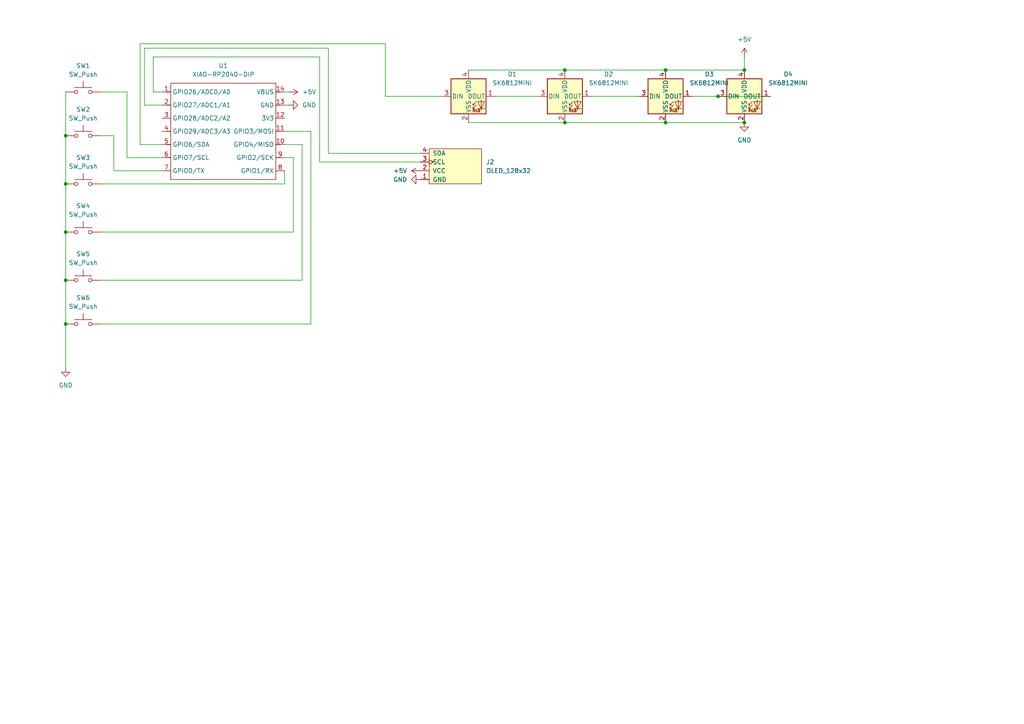
<source format=kicad_sch>
(kicad_sch
	(version 20250114)
	(generator "eeschema")
	(generator_version "9.0")
	(uuid "8d77508c-2454-4604-994d-d231c1d186a8")
	(paper "A4")
	(lib_symbols
		(symbol "LED:SK6812MINI"
			(pin_names
				(offset 0.254)
			)
			(exclude_from_sim no)
			(in_bom yes)
			(on_board yes)
			(property "Reference" "D"
				(at 5.08 5.715 0)
				(effects
					(font
						(size 1.27 1.27)
					)
					(justify right bottom)
				)
			)
			(property "Value" "SK6812MINI"
				(at 1.27 -5.715 0)
				(effects
					(font
						(size 1.27 1.27)
					)
					(justify left top)
				)
			)
			(property "Footprint" "LED_SMD:LED_SK6812MINI_PLCC4_3.5x3.5mm_P1.75mm"
				(at 1.27 -7.62 0)
				(effects
					(font
						(size 1.27 1.27)
					)
					(justify left top)
					(hide yes)
				)
			)
			(property "Datasheet" "https://cdn-shop.adafruit.com/product-files/2686/SK6812MINI_REV.01-1-2.pdf"
				(at 2.54 -9.525 0)
				(effects
					(font
						(size 1.27 1.27)
					)
					(justify left top)
					(hide yes)
				)
			)
			(property "Description" "RGB LED with integrated controller"
				(at 0 0 0)
				(effects
					(font
						(size 1.27 1.27)
					)
					(hide yes)
				)
			)
			(property "ki_keywords" "RGB LED NeoPixel Mini addressable"
				(at 0 0 0)
				(effects
					(font
						(size 1.27 1.27)
					)
					(hide yes)
				)
			)
			(property "ki_fp_filters" "LED*SK6812MINI*PLCC*3.5x3.5mm*P1.75mm*"
				(at 0 0 0)
				(effects
					(font
						(size 1.27 1.27)
					)
					(hide yes)
				)
			)
			(symbol "SK6812MINI_0_0"
				(text "RGB"
					(at 2.286 -4.191 0)
					(effects
						(font
							(size 0.762 0.762)
						)
					)
				)
			)
			(symbol "SK6812MINI_0_1"
				(polyline
					(pts
						(xy 1.27 -2.54) (xy 1.778 -2.54)
					)
					(stroke
						(width 0)
						(type default)
					)
					(fill
						(type none)
					)
				)
				(polyline
					(pts
						(xy 1.27 -3.556) (xy 1.778 -3.556)
					)
					(stroke
						(width 0)
						(type default)
					)
					(fill
						(type none)
					)
				)
				(polyline
					(pts
						(xy 2.286 -1.524) (xy 1.27 -2.54) (xy 1.27 -2.032)
					)
					(stroke
						(width 0)
						(type default)
					)
					(fill
						(type none)
					)
				)
				(polyline
					(pts
						(xy 2.286 -2.54) (xy 1.27 -3.556) (xy 1.27 -3.048)
					)
					(stroke
						(width 0)
						(type default)
					)
					(fill
						(type none)
					)
				)
				(polyline
					(pts
						(xy 3.683 -1.016) (xy 3.683 -3.556) (xy 3.683 -4.064)
					)
					(stroke
						(width 0)
						(type default)
					)
					(fill
						(type none)
					)
				)
				(polyline
					(pts
						(xy 4.699 -1.524) (xy 2.667 -1.524) (xy 3.683 -3.556) (xy 4.699 -1.524)
					)
					(stroke
						(width 0)
						(type default)
					)
					(fill
						(type none)
					)
				)
				(polyline
					(pts
						(xy 4.699 -3.556) (xy 2.667 -3.556)
					)
					(stroke
						(width 0)
						(type default)
					)
					(fill
						(type none)
					)
				)
				(rectangle
					(start 5.08 5.08)
					(end -5.08 -5.08)
					(stroke
						(width 0.254)
						(type default)
					)
					(fill
						(type background)
					)
				)
			)
			(symbol "SK6812MINI_1_1"
				(pin input line
					(at -7.62 0 0)
					(length 2.54)
					(name "DIN"
						(effects
							(font
								(size 1.27 1.27)
							)
						)
					)
					(number "3"
						(effects
							(font
								(size 1.27 1.27)
							)
						)
					)
				)
				(pin power_in line
					(at 0 7.62 270)
					(length 2.54)
					(name "VDD"
						(effects
							(font
								(size 1.27 1.27)
							)
						)
					)
					(number "4"
						(effects
							(font
								(size 1.27 1.27)
							)
						)
					)
				)
				(pin power_in line
					(at 0 -7.62 90)
					(length 2.54)
					(name "VSS"
						(effects
							(font
								(size 1.27 1.27)
							)
						)
					)
					(number "2"
						(effects
							(font
								(size 1.27 1.27)
							)
						)
					)
				)
				(pin output line
					(at 7.62 0 180)
					(length 2.54)
					(name "DOUT"
						(effects
							(font
								(size 1.27 1.27)
							)
						)
					)
					(number "1"
						(effects
							(font
								(size 1.27 1.27)
							)
						)
					)
				)
			)
			(embedded_fonts no)
		)
		(symbol "ScottoKeebs:OLED_128x32"
			(pin_names
				(offset 1.016)
			)
			(exclude_from_sim no)
			(in_bom yes)
			(on_board yes)
			(property "Reference" "J"
				(at 0 -6.35 0)
				(effects
					(font
						(size 1.27 1.27)
					)
				)
			)
			(property "Value" "OLED_128x32"
				(at 0 6.35 0)
				(effects
					(font
						(size 1.27 1.27)
					)
				)
			)
			(property "Footprint" "ScottoKeebs_Components:OLED_128x32"
				(at 0 8.89 0)
				(effects
					(font
						(size 1.27 1.27)
					)
					(hide yes)
				)
			)
			(property "Datasheet" ""
				(at 0 1.27 0)
				(effects
					(font
						(size 1.27 1.27)
					)
					(hide yes)
				)
			)
			(property "Description" ""
				(at 0 0 0)
				(effects
					(font
						(size 1.27 1.27)
					)
					(hide yes)
				)
			)
			(symbol "OLED_128x32_0_1"
				(rectangle
					(start 0 5.08)
					(end 15.24 -5.08)
					(stroke
						(width 0)
						(type default)
					)
					(fill
						(type background)
					)
				)
			)
			(symbol "OLED_128x32_1_1"
				(pin bidirectional line
					(at -2.54 3.81 0)
					(length 2.54)
					(name "SDA"
						(effects
							(font
								(size 1.27 1.27)
							)
						)
					)
					(number "4"
						(effects
							(font
								(size 1.27 1.27)
							)
						)
					)
				)
				(pin input clock
					(at -2.54 1.27 0)
					(length 2.54)
					(name "SCL"
						(effects
							(font
								(size 1.27 1.27)
							)
						)
					)
					(number "3"
						(effects
							(font
								(size 1.27 1.27)
							)
						)
					)
				)
				(pin power_in line
					(at -2.54 -1.27 0)
					(length 2.54)
					(name "VCC"
						(effects
							(font
								(size 1.27 1.27)
							)
						)
					)
					(number "2"
						(effects
							(font
								(size 1.27 1.27)
							)
						)
					)
				)
				(pin power_in line
					(at -2.54 -3.81 0)
					(length 2.54)
					(name "GND"
						(effects
							(font
								(size 1.27 1.27)
							)
						)
					)
					(number "1"
						(effects
							(font
								(size 1.27 1.27)
							)
						)
					)
				)
			)
			(embedded_fonts no)
		)
		(symbol "Seeed_Studio_XIAO_Series:XIAO-RP2040-DIP"
			(exclude_from_sim no)
			(in_bom yes)
			(on_board yes)
			(property "Reference" "U"
				(at 0 0 0)
				(effects
					(font
						(size 1.27 1.27)
					)
				)
			)
			(property "Value" "XIAO-RP2040-DIP"
				(at 5.334 -1.778 0)
				(effects
					(font
						(size 1.27 1.27)
					)
				)
			)
			(property "Footprint" "Module:MOUDLE14P-XIAO-DIP-SMD"
				(at 14.478 -32.258 0)
				(effects
					(font
						(size 1.27 1.27)
					)
					(hide yes)
				)
			)
			(property "Datasheet" ""
				(at 0 0 0)
				(effects
					(font
						(size 1.27 1.27)
					)
					(hide yes)
				)
			)
			(property "Description" ""
				(at 0 0 0)
				(effects
					(font
						(size 1.27 1.27)
					)
					(hide yes)
				)
			)
			(symbol "XIAO-RP2040-DIP_1_0"
				(polyline
					(pts
						(xy -1.27 -2.54) (xy 29.21 -2.54)
					)
					(stroke
						(width 0.1524)
						(type solid)
					)
					(fill
						(type none)
					)
				)
				(polyline
					(pts
						(xy -1.27 -5.08) (xy -2.54 -5.08)
					)
					(stroke
						(width 0.1524)
						(type solid)
					)
					(fill
						(type none)
					)
				)
				(polyline
					(pts
						(xy -1.27 -5.08) (xy -1.27 -2.54)
					)
					(stroke
						(width 0.1524)
						(type solid)
					)
					(fill
						(type none)
					)
				)
				(polyline
					(pts
						(xy -1.27 -8.89) (xy -2.54 -8.89)
					)
					(stroke
						(width 0.1524)
						(type solid)
					)
					(fill
						(type none)
					)
				)
				(polyline
					(pts
						(xy -1.27 -8.89) (xy -1.27 -5.08)
					)
					(stroke
						(width 0.1524)
						(type solid)
					)
					(fill
						(type none)
					)
				)
				(polyline
					(pts
						(xy -1.27 -12.7) (xy -2.54 -12.7)
					)
					(stroke
						(width 0.1524)
						(type solid)
					)
					(fill
						(type none)
					)
				)
				(polyline
					(pts
						(xy -1.27 -12.7) (xy -1.27 -8.89)
					)
					(stroke
						(width 0.1524)
						(type solid)
					)
					(fill
						(type none)
					)
				)
				(polyline
					(pts
						(xy -1.27 -16.51) (xy -2.54 -16.51)
					)
					(stroke
						(width 0.1524)
						(type solid)
					)
					(fill
						(type none)
					)
				)
				(polyline
					(pts
						(xy -1.27 -16.51) (xy -1.27 -12.7)
					)
					(stroke
						(width 0.1524)
						(type solid)
					)
					(fill
						(type none)
					)
				)
				(polyline
					(pts
						(xy -1.27 -20.32) (xy -2.54 -20.32)
					)
					(stroke
						(width 0.1524)
						(type solid)
					)
					(fill
						(type none)
					)
				)
				(polyline
					(pts
						(xy -1.27 -24.13) (xy -2.54 -24.13)
					)
					(stroke
						(width 0.1524)
						(type solid)
					)
					(fill
						(type none)
					)
				)
				(polyline
					(pts
						(xy -1.27 -27.94) (xy -2.54 -27.94)
					)
					(stroke
						(width 0.1524)
						(type solid)
					)
					(fill
						(type none)
					)
				)
				(polyline
					(pts
						(xy -1.27 -30.48) (xy -1.27 -16.51)
					)
					(stroke
						(width 0.1524)
						(type solid)
					)
					(fill
						(type none)
					)
				)
				(polyline
					(pts
						(xy 29.21 -2.54) (xy 29.21 -5.08)
					)
					(stroke
						(width 0.1524)
						(type solid)
					)
					(fill
						(type none)
					)
				)
				(polyline
					(pts
						(xy 29.21 -5.08) (xy 29.21 -8.89)
					)
					(stroke
						(width 0.1524)
						(type solid)
					)
					(fill
						(type none)
					)
				)
				(polyline
					(pts
						(xy 29.21 -8.89) (xy 29.21 -12.7)
					)
					(stroke
						(width 0.1524)
						(type solid)
					)
					(fill
						(type none)
					)
				)
				(polyline
					(pts
						(xy 29.21 -12.7) (xy 29.21 -30.48)
					)
					(stroke
						(width 0.1524)
						(type solid)
					)
					(fill
						(type none)
					)
				)
				(polyline
					(pts
						(xy 29.21 -30.48) (xy -1.27 -30.48)
					)
					(stroke
						(width 0.1524)
						(type solid)
					)
					(fill
						(type none)
					)
				)
				(polyline
					(pts
						(xy 30.48 -5.08) (xy 29.21 -5.08)
					)
					(stroke
						(width 0.1524)
						(type solid)
					)
					(fill
						(type none)
					)
				)
				(polyline
					(pts
						(xy 30.48 -8.89) (xy 29.21 -8.89)
					)
					(stroke
						(width 0.1524)
						(type solid)
					)
					(fill
						(type none)
					)
				)
				(polyline
					(pts
						(xy 30.48 -12.7) (xy 29.21 -12.7)
					)
					(stroke
						(width 0.1524)
						(type solid)
					)
					(fill
						(type none)
					)
				)
				(polyline
					(pts
						(xy 30.48 -16.51) (xy 29.21 -16.51)
					)
					(stroke
						(width 0.1524)
						(type solid)
					)
					(fill
						(type none)
					)
				)
				(polyline
					(pts
						(xy 30.48 -20.32) (xy 29.21 -20.32)
					)
					(stroke
						(width 0.1524)
						(type solid)
					)
					(fill
						(type none)
					)
				)
				(polyline
					(pts
						(xy 30.48 -24.13) (xy 29.21 -24.13)
					)
					(stroke
						(width 0.1524)
						(type solid)
					)
					(fill
						(type none)
					)
				)
				(polyline
					(pts
						(xy 30.48 -27.94) (xy 29.21 -27.94)
					)
					(stroke
						(width 0.1524)
						(type solid)
					)
					(fill
						(type none)
					)
				)
				(pin passive line
					(at -3.81 -5.08 0)
					(length 2.54)
					(name "GPIO26/ADC0/A0"
						(effects
							(font
								(size 1.27 1.27)
							)
						)
					)
					(number "1"
						(effects
							(font
								(size 1.27 1.27)
							)
						)
					)
				)
				(pin passive line
					(at -3.81 -8.89 0)
					(length 2.54)
					(name "GPIO27/ADC1/A1"
						(effects
							(font
								(size 1.27 1.27)
							)
						)
					)
					(number "2"
						(effects
							(font
								(size 1.27 1.27)
							)
						)
					)
				)
				(pin passive line
					(at -3.81 -12.7 0)
					(length 2.54)
					(name "GPIO28/ADC2/A2"
						(effects
							(font
								(size 1.27 1.27)
							)
						)
					)
					(number "3"
						(effects
							(font
								(size 1.27 1.27)
							)
						)
					)
				)
				(pin passive line
					(at -3.81 -16.51 0)
					(length 2.54)
					(name "GPIO29/ADC3/A3"
						(effects
							(font
								(size 1.27 1.27)
							)
						)
					)
					(number "4"
						(effects
							(font
								(size 1.27 1.27)
							)
						)
					)
				)
				(pin passive line
					(at -3.81 -20.32 0)
					(length 2.54)
					(name "GPIO6/SDA"
						(effects
							(font
								(size 1.27 1.27)
							)
						)
					)
					(number "5"
						(effects
							(font
								(size 1.27 1.27)
							)
						)
					)
				)
				(pin passive line
					(at -3.81 -24.13 0)
					(length 2.54)
					(name "GPIO7/SCL"
						(effects
							(font
								(size 1.27 1.27)
							)
						)
					)
					(number "6"
						(effects
							(font
								(size 1.27 1.27)
							)
						)
					)
				)
				(pin passive line
					(at -3.81 -27.94 0)
					(length 2.54)
					(name "GPIO0/TX"
						(effects
							(font
								(size 1.27 1.27)
							)
						)
					)
					(number "7"
						(effects
							(font
								(size 1.27 1.27)
							)
						)
					)
				)
				(pin passive line
					(at 31.75 -5.08 180)
					(length 2.54)
					(name "VBUS"
						(effects
							(font
								(size 1.27 1.27)
							)
						)
					)
					(number "14"
						(effects
							(font
								(size 1.27 1.27)
							)
						)
					)
				)
				(pin passive line
					(at 31.75 -8.89 180)
					(length 2.54)
					(name "GND"
						(effects
							(font
								(size 1.27 1.27)
							)
						)
					)
					(number "13"
						(effects
							(font
								(size 1.27 1.27)
							)
						)
					)
				)
				(pin passive line
					(at 31.75 -12.7 180)
					(length 2.54)
					(name "3V3"
						(effects
							(font
								(size 1.27 1.27)
							)
						)
					)
					(number "12"
						(effects
							(font
								(size 1.27 1.27)
							)
						)
					)
				)
				(pin passive line
					(at 31.75 -16.51 180)
					(length 2.54)
					(name "GPIO3/MOSI"
						(effects
							(font
								(size 1.27 1.27)
							)
						)
					)
					(number "11"
						(effects
							(font
								(size 1.27 1.27)
							)
						)
					)
				)
				(pin passive line
					(at 31.75 -20.32 180)
					(length 2.54)
					(name "GPIO4/MISO"
						(effects
							(font
								(size 1.27 1.27)
							)
						)
					)
					(number "10"
						(effects
							(font
								(size 1.27 1.27)
							)
						)
					)
				)
				(pin passive line
					(at 31.75 -24.13 180)
					(length 2.54)
					(name "GPIO2/SCK"
						(effects
							(font
								(size 1.27 1.27)
							)
						)
					)
					(number "9"
						(effects
							(font
								(size 1.27 1.27)
							)
						)
					)
				)
				(pin passive line
					(at 31.75 -27.94 180)
					(length 2.54)
					(name "GPIO1/RX"
						(effects
							(font
								(size 1.27 1.27)
							)
						)
					)
					(number "8"
						(effects
							(font
								(size 1.27 1.27)
							)
						)
					)
				)
			)
			(embedded_fonts no)
		)
		(symbol "Switch:SW_Push"
			(pin_numbers
				(hide yes)
			)
			(pin_names
				(offset 1.016)
				(hide yes)
			)
			(exclude_from_sim no)
			(in_bom yes)
			(on_board yes)
			(property "Reference" "SW"
				(at 1.27 2.54 0)
				(effects
					(font
						(size 1.27 1.27)
					)
					(justify left)
				)
			)
			(property "Value" "SW_Push"
				(at 0 -1.524 0)
				(effects
					(font
						(size 1.27 1.27)
					)
				)
			)
			(property "Footprint" ""
				(at 0 5.08 0)
				(effects
					(font
						(size 1.27 1.27)
					)
					(hide yes)
				)
			)
			(property "Datasheet" "~"
				(at 0 5.08 0)
				(effects
					(font
						(size 1.27 1.27)
					)
					(hide yes)
				)
			)
			(property "Description" "Push button switch, generic, two pins"
				(at 0 0 0)
				(effects
					(font
						(size 1.27 1.27)
					)
					(hide yes)
				)
			)
			(property "ki_keywords" "switch normally-open pushbutton push-button"
				(at 0 0 0)
				(effects
					(font
						(size 1.27 1.27)
					)
					(hide yes)
				)
			)
			(symbol "SW_Push_0_1"
				(circle
					(center -2.032 0)
					(radius 0.508)
					(stroke
						(width 0)
						(type default)
					)
					(fill
						(type none)
					)
				)
				(polyline
					(pts
						(xy 0 1.27) (xy 0 3.048)
					)
					(stroke
						(width 0)
						(type default)
					)
					(fill
						(type none)
					)
				)
				(circle
					(center 2.032 0)
					(radius 0.508)
					(stroke
						(width 0)
						(type default)
					)
					(fill
						(type none)
					)
				)
				(polyline
					(pts
						(xy 2.54 1.27) (xy -2.54 1.27)
					)
					(stroke
						(width 0)
						(type default)
					)
					(fill
						(type none)
					)
				)
				(pin passive line
					(at -5.08 0 0)
					(length 2.54)
					(name "1"
						(effects
							(font
								(size 1.27 1.27)
							)
						)
					)
					(number "1"
						(effects
							(font
								(size 1.27 1.27)
							)
						)
					)
				)
				(pin passive line
					(at 5.08 0 180)
					(length 2.54)
					(name "2"
						(effects
							(font
								(size 1.27 1.27)
							)
						)
					)
					(number "2"
						(effects
							(font
								(size 1.27 1.27)
							)
						)
					)
				)
			)
			(embedded_fonts no)
		)
		(symbol "power:+5V"
			(power)
			(pin_numbers
				(hide yes)
			)
			(pin_names
				(offset 0)
				(hide yes)
			)
			(exclude_from_sim no)
			(in_bom yes)
			(on_board yes)
			(property "Reference" "#PWR"
				(at 0 -3.81 0)
				(effects
					(font
						(size 1.27 1.27)
					)
					(hide yes)
				)
			)
			(property "Value" "+5V"
				(at 0 3.556 0)
				(effects
					(font
						(size 1.27 1.27)
					)
				)
			)
			(property "Footprint" ""
				(at 0 0 0)
				(effects
					(font
						(size 1.27 1.27)
					)
					(hide yes)
				)
			)
			(property "Datasheet" ""
				(at 0 0 0)
				(effects
					(font
						(size 1.27 1.27)
					)
					(hide yes)
				)
			)
			(property "Description" "Power symbol creates a global label with name \"+5V\""
				(at 0 0 0)
				(effects
					(font
						(size 1.27 1.27)
					)
					(hide yes)
				)
			)
			(property "ki_keywords" "global power"
				(at 0 0 0)
				(effects
					(font
						(size 1.27 1.27)
					)
					(hide yes)
				)
			)
			(symbol "+5V_0_1"
				(polyline
					(pts
						(xy -0.762 1.27) (xy 0 2.54)
					)
					(stroke
						(width 0)
						(type default)
					)
					(fill
						(type none)
					)
				)
				(polyline
					(pts
						(xy 0 2.54) (xy 0.762 1.27)
					)
					(stroke
						(width 0)
						(type default)
					)
					(fill
						(type none)
					)
				)
				(polyline
					(pts
						(xy 0 0) (xy 0 2.54)
					)
					(stroke
						(width 0)
						(type default)
					)
					(fill
						(type none)
					)
				)
			)
			(symbol "+5V_1_1"
				(pin power_in line
					(at 0 0 90)
					(length 0)
					(name "~"
						(effects
							(font
								(size 1.27 1.27)
							)
						)
					)
					(number "1"
						(effects
							(font
								(size 1.27 1.27)
							)
						)
					)
				)
			)
			(embedded_fonts no)
		)
		(symbol "power:GND"
			(power)
			(pin_numbers
				(hide yes)
			)
			(pin_names
				(offset 0)
				(hide yes)
			)
			(exclude_from_sim no)
			(in_bom yes)
			(on_board yes)
			(property "Reference" "#PWR"
				(at 0 -6.35 0)
				(effects
					(font
						(size 1.27 1.27)
					)
					(hide yes)
				)
			)
			(property "Value" "GND"
				(at 0 -3.81 0)
				(effects
					(font
						(size 1.27 1.27)
					)
				)
			)
			(property "Footprint" ""
				(at 0 0 0)
				(effects
					(font
						(size 1.27 1.27)
					)
					(hide yes)
				)
			)
			(property "Datasheet" ""
				(at 0 0 0)
				(effects
					(font
						(size 1.27 1.27)
					)
					(hide yes)
				)
			)
			(property "Description" "Power symbol creates a global label with name \"GND\" , ground"
				(at 0 0 0)
				(effects
					(font
						(size 1.27 1.27)
					)
					(hide yes)
				)
			)
			(property "ki_keywords" "global power"
				(at 0 0 0)
				(effects
					(font
						(size 1.27 1.27)
					)
					(hide yes)
				)
			)
			(symbol "GND_0_1"
				(polyline
					(pts
						(xy 0 0) (xy 0 -1.27) (xy 1.27 -1.27) (xy 0 -2.54) (xy -1.27 -1.27) (xy 0 -1.27)
					)
					(stroke
						(width 0)
						(type default)
					)
					(fill
						(type none)
					)
				)
			)
			(symbol "GND_1_1"
				(pin power_in line
					(at 0 0 270)
					(length 0)
					(name "~"
						(effects
							(font
								(size 1.27 1.27)
							)
						)
					)
					(number "1"
						(effects
							(font
								(size 1.27 1.27)
							)
						)
					)
				)
			)
			(embedded_fonts no)
		)
	)
	(junction
		(at 208.28 27.94)
		(diameter 0)
		(color 0 0 0 0)
		(uuid "0b3f1742-922d-43bd-a830-4183ada87d29")
	)
	(junction
		(at 215.9 35.56)
		(diameter 0)
		(color 0 0 0 0)
		(uuid "0bc87bde-e5ad-468f-afaf-589182e04f8b")
	)
	(junction
		(at 193.04 20.32)
		(diameter 0)
		(color 0 0 0 0)
		(uuid "157aa106-ff38-47ed-b5d6-1b488c7a086c")
	)
	(junction
		(at 19.05 93.98)
		(diameter 0)
		(color 0 0 0 0)
		(uuid "1af44f82-6e44-4e72-be31-6b14ea0a9529")
	)
	(junction
		(at 19.05 39.37)
		(diameter 0)
		(color 0 0 0 0)
		(uuid "2bcfffec-5df0-4cab-a5f1-1d7498e7d086")
	)
	(junction
		(at 19.05 67.31)
		(diameter 0)
		(color 0 0 0 0)
		(uuid "4b594a32-49ca-40fc-8516-2a30c9c61162")
	)
	(junction
		(at 163.83 20.32)
		(diameter 0)
		(color 0 0 0 0)
		(uuid "6f788b1b-66c5-40ea-bbaa-9d146d5e22c6")
	)
	(junction
		(at 193.04 35.56)
		(diameter 0)
		(color 0 0 0 0)
		(uuid "80bd8627-e97a-4ed2-8f51-4aea02402eec")
	)
	(junction
		(at 19.05 53.34)
		(diameter 0)
		(color 0 0 0 0)
		(uuid "99f923ef-5be7-4be4-a66d-fb5374b9c41e")
	)
	(junction
		(at 163.83 35.56)
		(diameter 0)
		(color 0 0 0 0)
		(uuid "c222ad16-5d6e-45e0-8149-0903c3826984")
	)
	(junction
		(at 19.05 81.28)
		(diameter 0)
		(color 0 0 0 0)
		(uuid "c8770106-bc70-426f-91e4-6b5977a2ff86")
	)
	(junction
		(at 215.9 20.32)
		(diameter 0)
		(color 0 0 0 0)
		(uuid "c9551b71-6f66-48ce-8606-f7861c8e9fda")
	)
	(wire
		(pts
			(xy 82.55 45.72) (xy 85.09 45.72)
		)
		(stroke
			(width 0)
			(type default)
		)
		(uuid "07fd97a1-5524-4ea7-85d1-a4ffb899d134")
	)
	(wire
		(pts
			(xy 82.55 49.53) (xy 82.55 53.34)
		)
		(stroke
			(width 0)
			(type default)
		)
		(uuid "102bf8c7-a788-4727-96ff-13b3b1528263")
	)
	(wire
		(pts
			(xy 171.45 27.94) (xy 185.42 27.94)
		)
		(stroke
			(width 0)
			(type default)
		)
		(uuid "16e566c7-48d5-41f7-a092-fe6c68582947")
	)
	(wire
		(pts
			(xy 85.09 45.72) (xy 85.09 67.31)
		)
		(stroke
			(width 0)
			(type default)
		)
		(uuid "1981386a-9299-42e9-8bb4-649839430747")
	)
	(wire
		(pts
			(xy 90.17 38.1) (xy 90.17 93.98)
		)
		(stroke
			(width 0)
			(type default)
		)
		(uuid "1d77a383-f55c-4625-90f1-2497b173310d")
	)
	(wire
		(pts
			(xy 33.02 49.53) (xy 33.02 39.37)
		)
		(stroke
			(width 0)
			(type default)
		)
		(uuid "1fad7bb6-e0db-4172-a90a-a4b3bd80eca2")
	)
	(wire
		(pts
			(xy 46.99 41.91) (xy 40.64 41.91)
		)
		(stroke
			(width 0)
			(type default)
		)
		(uuid "2ac18701-99d0-4f0c-8ee6-738b557d2603")
	)
	(wire
		(pts
			(xy 163.83 20.32) (xy 193.04 20.32)
		)
		(stroke
			(width 0)
			(type default)
		)
		(uuid "369b1e4b-91d7-40b7-bac0-62bbdf813c90")
	)
	(wire
		(pts
			(xy 193.04 35.56) (xy 215.9 35.56)
		)
		(stroke
			(width 0)
			(type default)
		)
		(uuid "38b0351f-471c-4c1b-9fd8-80daf8914701")
	)
	(wire
		(pts
			(xy 90.17 93.98) (xy 29.21 93.98)
		)
		(stroke
			(width 0)
			(type default)
		)
		(uuid "44a2c493-423e-41a3-8e69-fbbad41d701b")
	)
	(wire
		(pts
			(xy 19.05 39.37) (xy 19.05 53.34)
		)
		(stroke
			(width 0)
			(type default)
		)
		(uuid "4c47b0d3-f827-4abb-aac3-87256a2fba7e")
	)
	(wire
		(pts
			(xy 82.55 41.91) (xy 87.63 41.91)
		)
		(stroke
			(width 0)
			(type default)
		)
		(uuid "4db31a68-ff45-4b55-b557-0c2d07cadad9")
	)
	(wire
		(pts
			(xy 208.28 27.94) (xy 223.52 27.94)
		)
		(stroke
			(width 0)
			(type default)
		)
		(uuid "4e894de4-8b41-455c-acd7-2cdb94e13016")
	)
	(wire
		(pts
			(xy 46.99 49.53) (xy 33.02 49.53)
		)
		(stroke
			(width 0)
			(type default)
		)
		(uuid "4f839b9c-b7bd-4c32-8a91-1a4c7056b270")
	)
	(wire
		(pts
			(xy 200.66 27.94) (xy 208.28 27.94)
		)
		(stroke
			(width 0)
			(type default)
		)
		(uuid "5f7c8be2-ffb9-465e-b459-716ba5e2d04d")
	)
	(wire
		(pts
			(xy 95.25 13.97) (xy 41.91 13.97)
		)
		(stroke
			(width 0)
			(type default)
		)
		(uuid "5fac5918-3e92-4244-aa0b-d24ab235e2dd")
	)
	(wire
		(pts
			(xy 143.51 27.94) (xy 156.21 27.94)
		)
		(stroke
			(width 0)
			(type default)
		)
		(uuid "6eeda19c-7185-439d-a0e0-8ba9772fcfba")
	)
	(wire
		(pts
			(xy 46.99 45.72) (xy 36.83 45.72)
		)
		(stroke
			(width 0)
			(type default)
		)
		(uuid "72ff589b-5e89-4af0-9a35-15421dab77f1")
	)
	(wire
		(pts
			(xy 36.83 45.72) (xy 36.83 26.67)
		)
		(stroke
			(width 0)
			(type default)
		)
		(uuid "75410423-1515-4ec8-86fb-ada9d0bf44b4")
	)
	(wire
		(pts
			(xy 19.05 67.31) (xy 19.05 81.28)
		)
		(stroke
			(width 0)
			(type default)
		)
		(uuid "767748b9-983d-4f0b-ad42-60d5161a5395")
	)
	(wire
		(pts
			(xy 163.83 35.56) (xy 193.04 35.56)
		)
		(stroke
			(width 0)
			(type default)
		)
		(uuid "7b8a1278-e09e-4b0f-8732-eb1607c623a7")
	)
	(wire
		(pts
			(xy 41.91 30.48) (xy 46.99 30.48)
		)
		(stroke
			(width 0)
			(type default)
		)
		(uuid "7f702bb3-dc4c-42be-b093-8811924756aa")
	)
	(wire
		(pts
			(xy 111.76 27.94) (xy 128.27 27.94)
		)
		(stroke
			(width 0)
			(type default)
		)
		(uuid "81958c90-f200-4dbb-be0d-62d45ed887b9")
	)
	(wire
		(pts
			(xy 82.55 26.67) (xy 83.82 26.67)
		)
		(stroke
			(width 0)
			(type default)
		)
		(uuid "81b424d1-a003-4d32-a5f2-e61f733e9ad9")
	)
	(wire
		(pts
			(xy 19.05 26.67) (xy 19.05 39.37)
		)
		(stroke
			(width 0)
			(type default)
		)
		(uuid "92ad7c53-7f12-4f21-8621-d8b61928ddab")
	)
	(wire
		(pts
			(xy 85.09 67.31) (xy 29.21 67.31)
		)
		(stroke
			(width 0)
			(type default)
		)
		(uuid "943f0c3b-c010-435f-a28f-7fceabf89636")
	)
	(wire
		(pts
			(xy 19.05 93.98) (xy 19.05 106.68)
		)
		(stroke
			(width 0)
			(type default)
		)
		(uuid "97ce70a3-c51c-49fa-b917-ef857f1ef6d8")
	)
	(wire
		(pts
			(xy 19.05 81.28) (xy 19.05 93.98)
		)
		(stroke
			(width 0)
			(type default)
		)
		(uuid "9a981e0d-e042-4d21-9ab1-1257dbd3094c")
	)
	(wire
		(pts
			(xy 44.45 16.51) (xy 44.45 26.67)
		)
		(stroke
			(width 0)
			(type default)
		)
		(uuid "9f6f9338-e8ac-421f-87c9-6c5653dd65ac")
	)
	(wire
		(pts
			(xy 36.83 26.67) (xy 29.21 26.67)
		)
		(stroke
			(width 0)
			(type default)
		)
		(uuid "a53bcd65-cd91-4f36-863a-bfbdbaf3ceec")
	)
	(wire
		(pts
			(xy 82.55 53.34) (xy 29.21 53.34)
		)
		(stroke
			(width 0)
			(type default)
		)
		(uuid "af09d4fc-2c29-48a8-a4c4-59a86ddaa756")
	)
	(wire
		(pts
			(xy 87.63 81.28) (xy 29.21 81.28)
		)
		(stroke
			(width 0)
			(type default)
		)
		(uuid "b0bc2ec4-26e2-4279-8f22-7066e04ca02b")
	)
	(wire
		(pts
			(xy 33.02 39.37) (xy 29.21 39.37)
		)
		(stroke
			(width 0)
			(type default)
		)
		(uuid "b3ba92cc-7f36-443f-91d4-e5211979d3b4")
	)
	(wire
		(pts
			(xy 82.55 38.1) (xy 90.17 38.1)
		)
		(stroke
			(width 0)
			(type default)
		)
		(uuid "b7c1c0a9-04a3-4212-af37-487e4fca79ef")
	)
	(wire
		(pts
			(xy 44.45 16.51) (xy 92.71 16.51)
		)
		(stroke
			(width 0)
			(type default)
		)
		(uuid "c0c4e13b-97f9-43b9-a946-0f4146153c6d")
	)
	(wire
		(pts
			(xy 92.71 16.51) (xy 92.71 46.99)
		)
		(stroke
			(width 0)
			(type default)
		)
		(uuid "c4c7eb74-d7f1-4244-a256-c8ead0dccb8f")
	)
	(wire
		(pts
			(xy 135.89 35.56) (xy 163.83 35.56)
		)
		(stroke
			(width 0)
			(type default)
		)
		(uuid "c6a9aabf-672f-48e0-9a68-2a298efada00")
	)
	(wire
		(pts
			(xy 40.64 41.91) (xy 40.64 12.7)
		)
		(stroke
			(width 0)
			(type default)
		)
		(uuid "c70303bd-93d7-4f1a-8f65-8f1af665814a")
	)
	(wire
		(pts
			(xy 92.71 46.99) (xy 121.92 46.99)
		)
		(stroke
			(width 0)
			(type default)
		)
		(uuid "cf0a6576-dd9e-4f13-a337-615dd2cbb312")
	)
	(wire
		(pts
			(xy 41.91 13.97) (xy 41.91 30.48)
		)
		(stroke
			(width 0)
			(type default)
		)
		(uuid "d2494b27-3aca-409a-a1f1-c89ac3dc9cf3")
	)
	(wire
		(pts
			(xy 193.04 20.32) (xy 215.9 20.32)
		)
		(stroke
			(width 0)
			(type default)
		)
		(uuid "d25dafde-bc80-4ffa-ac0c-0a6bdc2814c4")
	)
	(wire
		(pts
			(xy 111.76 12.7) (xy 111.76 27.94)
		)
		(stroke
			(width 0)
			(type default)
		)
		(uuid "d74ae475-e2ba-4bb8-8788-53ef012c9fb6")
	)
	(wire
		(pts
			(xy 44.45 26.67) (xy 46.99 26.67)
		)
		(stroke
			(width 0)
			(type default)
		)
		(uuid "d97f3bc5-4102-4fb8-ab3d-a608dd2692b3")
	)
	(wire
		(pts
			(xy 19.05 53.34) (xy 19.05 67.31)
		)
		(stroke
			(width 0)
			(type default)
		)
		(uuid "d98676d9-955e-43dd-b892-42e500abbffe")
	)
	(wire
		(pts
			(xy 135.89 20.32) (xy 163.83 20.32)
		)
		(stroke
			(width 0)
			(type default)
		)
		(uuid "db05758f-054b-4e05-b3a2-08b00c3a7386")
	)
	(wire
		(pts
			(xy 215.9 16.51) (xy 215.9 20.32)
		)
		(stroke
			(width 0)
			(type default)
		)
		(uuid "db6c98e9-0489-4718-b2fc-ae50415130bd")
	)
	(wire
		(pts
			(xy 95.25 44.45) (xy 121.92 44.45)
		)
		(stroke
			(width 0)
			(type default)
		)
		(uuid "e6d407f4-b8b8-492e-95cd-da98ba1af7f7")
	)
	(wire
		(pts
			(xy 82.55 30.48) (xy 83.82 30.48)
		)
		(stroke
			(width 0)
			(type default)
		)
		(uuid "f53f39b4-2f16-40e1-a495-71528a1b64d1")
	)
	(wire
		(pts
			(xy 87.63 41.91) (xy 87.63 81.28)
		)
		(stroke
			(width 0)
			(type default)
		)
		(uuid "f68eb26f-f760-409b-8e28-9e5b8b09a777")
	)
	(wire
		(pts
			(xy 40.64 12.7) (xy 111.76 12.7)
		)
		(stroke
			(width 0)
			(type default)
		)
		(uuid "fd153923-bfd9-45fc-afa1-50655d9a1d89")
	)
	(wire
		(pts
			(xy 95.25 13.97) (xy 95.25 44.45)
		)
		(stroke
			(width 0)
			(type default)
		)
		(uuid "fd8577d3-544d-482a-ae5b-c36ba0d34bff")
	)
	(symbol
		(lib_id "power:GND")
		(at 83.82 30.48 90)
		(unit 1)
		(exclude_from_sim no)
		(in_bom yes)
		(on_board yes)
		(dnp no)
		(fields_autoplaced yes)
		(uuid "02b5bae8-75cb-4d55-9e8b-779ea7332158")
		(property "Reference" "#PWR02"
			(at 90.17 30.48 0)
			(effects
				(font
					(size 1.27 1.27)
				)
				(hide yes)
			)
		)
		(property "Value" "GND"
			(at 87.63 30.4799 90)
			(effects
				(font
					(size 1.27 1.27)
				)
				(justify right)
			)
		)
		(property "Footprint" ""
			(at 83.82 30.48 0)
			(effects
				(font
					(size 1.27 1.27)
				)
				(hide yes)
			)
		)
		(property "Datasheet" ""
			(at 83.82 30.48 0)
			(effects
				(font
					(size 1.27 1.27)
				)
				(hide yes)
			)
		)
		(property "Description" "Power symbol creates a global label with name \"GND\" , ground"
			(at 83.82 30.48 0)
			(effects
				(font
					(size 1.27 1.27)
				)
				(hide yes)
			)
		)
		(pin "1"
			(uuid "cad8c4b8-3b5e-43ab-81b1-2c0057ca4178")
		)
		(instances
			(project ""
				(path "/8d77508c-2454-4604-994d-d231c1d186a8"
					(reference "#PWR02")
					(unit 1)
				)
			)
		)
	)
	(symbol
		(lib_id "power:+5V")
		(at 215.9 16.51 0)
		(unit 1)
		(exclude_from_sim no)
		(in_bom yes)
		(on_board yes)
		(dnp no)
		(fields_autoplaced yes)
		(uuid "0383f321-2bca-4861-99fa-a2217d4f0bf7")
		(property "Reference" "#PWR06"
			(at 215.9 20.32 0)
			(effects
				(font
					(size 1.27 1.27)
				)
				(hide yes)
			)
		)
		(property "Value" "+5V"
			(at 215.9 11.43 0)
			(effects
				(font
					(size 1.27 1.27)
				)
			)
		)
		(property "Footprint" ""
			(at 215.9 16.51 0)
			(effects
				(font
					(size 1.27 1.27)
				)
				(hide yes)
			)
		)
		(property "Datasheet" ""
			(at 215.9 16.51 0)
			(effects
				(font
					(size 1.27 1.27)
				)
				(hide yes)
			)
		)
		(property "Description" "Power symbol creates a global label with name \"+5V\""
			(at 215.9 16.51 0)
			(effects
				(font
					(size 1.27 1.27)
				)
				(hide yes)
			)
		)
		(pin "1"
			(uuid "e7ca25ea-b990-4b53-b2f1-460b9abed0e4")
		)
		(instances
			(project ""
				(path "/8d77508c-2454-4604-994d-d231c1d186a8"
					(reference "#PWR06")
					(unit 1)
				)
			)
		)
	)
	(symbol
		(lib_id "Seeed_Studio_XIAO_Series:XIAO-RP2040-DIP")
		(at 50.8 21.59 0)
		(unit 1)
		(exclude_from_sim no)
		(in_bom yes)
		(on_board yes)
		(dnp no)
		(fields_autoplaced yes)
		(uuid "0a0acfde-f982-4a9a-b90a-f1ff69c15733")
		(property "Reference" "U1"
			(at 64.77 19.05 0)
			(effects
				(font
					(size 1.27 1.27)
				)
			)
		)
		(property "Value" "XIAO-RP2040-DIP"
			(at 64.77 21.59 0)
			(effects
				(font
					(size 1.27 1.27)
				)
			)
		)
		(property "Footprint" "OPL Footprint:XIAO-RP2040-DIP"
			(at 65.278 53.848 0)
			(effects
				(font
					(size 1.27 1.27)
				)
				(hide yes)
			)
		)
		(property "Datasheet" ""
			(at 50.8 21.59 0)
			(effects
				(font
					(size 1.27 1.27)
				)
				(hide yes)
			)
		)
		(property "Description" ""
			(at 50.8 21.59 0)
			(effects
				(font
					(size 1.27 1.27)
				)
				(hide yes)
			)
		)
		(pin "11"
			(uuid "87b3aac8-5824-497b-ac77-23ae80d0e3f3")
		)
		(pin "8"
			(uuid "e91a1e1e-27e2-4227-afc5-107ef49bd5f7")
		)
		(pin "9"
			(uuid "a1de7411-4282-4a5c-a5a2-653e1d5f3df1")
		)
		(pin "4"
			(uuid "c6e97e19-0bb1-41b1-9599-86bd671369c6")
		)
		(pin "1"
			(uuid "4b224270-abab-4354-b60a-731ea44162d2")
		)
		(pin "7"
			(uuid "bd601205-a2fd-4882-b93c-04b41a186230")
		)
		(pin "6"
			(uuid "21ea7d49-90d4-4cdb-80e5-69c045a71a1d")
		)
		(pin "14"
			(uuid "979914db-aee8-4ce9-8314-135d1d1a8d0c")
		)
		(pin "13"
			(uuid "9eac8f12-ff6b-428f-98af-f0844e962917")
		)
		(pin "2"
			(uuid "9d90961d-904d-4d37-acfc-d36722a93f48")
		)
		(pin "5"
			(uuid "6c5cd713-939b-4c49-80d4-e40595d56025")
		)
		(pin "12"
			(uuid "3ff422bd-cb8c-4273-95b1-df58ad90f8d5")
		)
		(pin "10"
			(uuid "d0aab0da-1db6-494d-a365-4d1b2546bcdb")
		)
		(pin "3"
			(uuid "cbfe2b0c-3989-42e2-8ff9-966deb44762b")
		)
		(instances
			(project ""
				(path "/8d77508c-2454-4604-994d-d231c1d186a8"
					(reference "U1")
					(unit 1)
				)
			)
		)
	)
	(symbol
		(lib_id "power:GND")
		(at 215.9 35.56 0)
		(unit 1)
		(exclude_from_sim no)
		(in_bom yes)
		(on_board yes)
		(dnp no)
		(fields_autoplaced yes)
		(uuid "0cd7c560-1ff3-42cc-91bd-b6e62f724fe8")
		(property "Reference" "#PWR04"
			(at 215.9 41.91 0)
			(effects
				(font
					(size 1.27 1.27)
				)
				(hide yes)
			)
		)
		(property "Value" "GND"
			(at 215.9 40.64 0)
			(effects
				(font
					(size 1.27 1.27)
				)
			)
		)
		(property "Footprint" ""
			(at 215.9 35.56 0)
			(effects
				(font
					(size 1.27 1.27)
				)
				(hide yes)
			)
		)
		(property "Datasheet" ""
			(at 215.9 35.56 0)
			(effects
				(font
					(size 1.27 1.27)
				)
				(hide yes)
			)
		)
		(property "Description" "Power symbol creates a global label with name \"GND\" , ground"
			(at 215.9 35.56 0)
			(effects
				(font
					(size 1.27 1.27)
				)
				(hide yes)
			)
		)
		(pin "1"
			(uuid "ee751b27-5bc3-4bfe-bf42-a4d8d647c5f7")
		)
		(instances
			(project ""
				(path "/8d77508c-2454-4604-994d-d231c1d186a8"
					(reference "#PWR04")
					(unit 1)
				)
			)
		)
	)
	(symbol
		(lib_id "power:GND")
		(at 121.92 52.07 270)
		(unit 1)
		(exclude_from_sim no)
		(in_bom yes)
		(on_board yes)
		(dnp no)
		(fields_autoplaced yes)
		(uuid "26d2a569-2095-4a80-853d-4a447dae00e1")
		(property "Reference" "#PWR05"
			(at 115.57 52.07 0)
			(effects
				(font
					(size 1.27 1.27)
				)
				(hide yes)
			)
		)
		(property "Value" "GND"
			(at 118.11 52.0699 90)
			(effects
				(font
					(size 1.27 1.27)
				)
				(justify right)
			)
		)
		(property "Footprint" ""
			(at 121.92 52.07 0)
			(effects
				(font
					(size 1.27 1.27)
				)
				(hide yes)
			)
		)
		(property "Datasheet" ""
			(at 121.92 52.07 0)
			(effects
				(font
					(size 1.27 1.27)
				)
				(hide yes)
			)
		)
		(property "Description" "Power symbol creates a global label with name \"GND\" , ground"
			(at 121.92 52.07 0)
			(effects
				(font
					(size 1.27 1.27)
				)
				(hide yes)
			)
		)
		(pin "1"
			(uuid "3f1ebf23-9d0b-4074-aaa9-afeeac220440")
		)
		(instances
			(project ""
				(path "/8d77508c-2454-4604-994d-d231c1d186a8"
					(reference "#PWR05")
					(unit 1)
				)
			)
		)
	)
	(symbol
		(lib_id "power:+5V")
		(at 83.82 26.67 270)
		(unit 1)
		(exclude_from_sim no)
		(in_bom yes)
		(on_board yes)
		(dnp no)
		(fields_autoplaced yes)
		(uuid "27854d4c-dd0f-42ac-8320-3119aaa1a60f")
		(property "Reference" "#PWR01"
			(at 80.01 26.67 0)
			(effects
				(font
					(size 1.27 1.27)
				)
				(hide yes)
			)
		)
		(property "Value" "+5V"
			(at 87.63 26.6699 90)
			(effects
				(font
					(size 1.27 1.27)
				)
				(justify left)
			)
		)
		(property "Footprint" ""
			(at 83.82 26.67 0)
			(effects
				(font
					(size 1.27 1.27)
				)
				(hide yes)
			)
		)
		(property "Datasheet" ""
			(at 83.82 26.67 0)
			(effects
				(font
					(size 1.27 1.27)
				)
				(hide yes)
			)
		)
		(property "Description" "Power symbol creates a global label with name \"+5V\""
			(at 83.82 26.67 0)
			(effects
				(font
					(size 1.27 1.27)
				)
				(hide yes)
			)
		)
		(pin "1"
			(uuid "e90b721d-4e5b-49de-a5d0-29e3e0b0f186")
		)
		(instances
			(project ""
				(path "/8d77508c-2454-4604-994d-d231c1d186a8"
					(reference "#PWR01")
					(unit 1)
				)
			)
		)
	)
	(symbol
		(lib_id "Switch:SW_Push")
		(at 24.13 67.31 0)
		(unit 1)
		(exclude_from_sim no)
		(in_bom yes)
		(on_board yes)
		(dnp no)
		(fields_autoplaced yes)
		(uuid "52b4d5ff-048c-44a0-aa7a-35e57f0b1570")
		(property "Reference" "SW4"
			(at 24.13 59.69 0)
			(effects
				(font
					(size 1.27 1.27)
				)
			)
		)
		(property "Value" "SW_Push"
			(at 24.13 62.23 0)
			(effects
				(font
					(size 1.27 1.27)
				)
			)
		)
		(property "Footprint" "Button_Switch_Keyboard:SW_Cherry_MX_1.00u_PCB"
			(at 24.13 62.23 0)
			(effects
				(font
					(size 1.27 1.27)
				)
				(hide yes)
			)
		)
		(property "Datasheet" "~"
			(at 24.13 62.23 0)
			(effects
				(font
					(size 1.27 1.27)
				)
				(hide yes)
			)
		)
		(property "Description" "Push button switch, generic, two pins"
			(at 24.13 67.31 0)
			(effects
				(font
					(size 1.27 1.27)
				)
				(hide yes)
			)
		)
		(pin "2"
			(uuid "433e56ed-47b1-4d3a-8f59-add3d77bc38e")
		)
		(pin "1"
			(uuid "2b28243e-2a2e-4a44-801e-37d40fb19e07")
		)
		(instances
			(project ""
				(path "/8d77508c-2454-4604-994d-d231c1d186a8"
					(reference "SW4")
					(unit 1)
				)
			)
		)
	)
	(symbol
		(lib_id "power:+5V")
		(at 121.92 49.53 90)
		(unit 1)
		(exclude_from_sim no)
		(in_bom yes)
		(on_board yes)
		(dnp no)
		(fields_autoplaced yes)
		(uuid "5f41cb31-e877-433d-9179-5e9199ae13e3")
		(property "Reference" "#PWR07"
			(at 125.73 49.53 0)
			(effects
				(font
					(size 1.27 1.27)
				)
				(hide yes)
			)
		)
		(property "Value" "+5V"
			(at 118.11 49.5299 90)
			(effects
				(font
					(size 1.27 1.27)
				)
				(justify left)
			)
		)
		(property "Footprint" ""
			(at 121.92 49.53 0)
			(effects
				(font
					(size 1.27 1.27)
				)
				(hide yes)
			)
		)
		(property "Datasheet" ""
			(at 121.92 49.53 0)
			(effects
				(font
					(size 1.27 1.27)
				)
				(hide yes)
			)
		)
		(property "Description" "Power symbol creates a global label with name \"+5V\""
			(at 121.92 49.53 0)
			(effects
				(font
					(size 1.27 1.27)
				)
				(hide yes)
			)
		)
		(pin "1"
			(uuid "f45a3829-ed01-459b-be9d-e90c5b1b5686")
		)
		(instances
			(project ""
				(path "/8d77508c-2454-4604-994d-d231c1d186a8"
					(reference "#PWR07")
					(unit 1)
				)
			)
		)
	)
	(symbol
		(lib_id "ScottoKeebs:OLED_128x32")
		(at 124.46 48.26 0)
		(unit 1)
		(exclude_from_sim no)
		(in_bom yes)
		(on_board yes)
		(dnp no)
		(fields_autoplaced yes)
		(uuid "64486257-c815-4c89-918d-d62daf41bc19")
		(property "Reference" "J2"
			(at 140.97 46.9899 0)
			(effects
				(font
					(size 1.27 1.27)
				)
				(justify left)
			)
		)
		(property "Value" "OLED_128x32"
			(at 140.97 49.5299 0)
			(effects
				(font
					(size 1.27 1.27)
				)
				(justify left)
			)
		)
		(property "Footprint" "ScottoKeebs_Components:OLED_128x32"
			(at 124.46 39.37 0)
			(effects
				(font
					(size 1.27 1.27)
				)
				(hide yes)
			)
		)
		(property "Datasheet" ""
			(at 124.46 46.99 0)
			(effects
				(font
					(size 1.27 1.27)
				)
				(hide yes)
			)
		)
		(property "Description" ""
			(at 124.46 48.26 0)
			(effects
				(font
					(size 1.27 1.27)
				)
				(hide yes)
			)
		)
		(pin "3"
			(uuid "23107120-b73d-4665-98e9-1540f12e998a")
		)
		(pin "2"
			(uuid "0392fb72-5c75-4707-88c4-24f5c0e44e64")
		)
		(pin "1"
			(uuid "427179bf-092a-4b35-a7fa-1141a9d9ab5c")
		)
		(pin "4"
			(uuid "5ac156a2-705e-4c80-9814-95f53a3f9632")
		)
		(instances
			(project ""
				(path "/8d77508c-2454-4604-994d-d231c1d186a8"
					(reference "J2")
					(unit 1)
				)
			)
		)
	)
	(symbol
		(lib_id "Switch:SW_Push")
		(at 24.13 53.34 0)
		(unit 1)
		(exclude_from_sim no)
		(in_bom yes)
		(on_board yes)
		(dnp no)
		(fields_autoplaced yes)
		(uuid "6b1c487b-7db2-4898-b656-e90f0844269f")
		(property "Reference" "SW3"
			(at 24.13 45.72 0)
			(effects
				(font
					(size 1.27 1.27)
				)
			)
		)
		(property "Value" "SW_Push"
			(at 24.13 48.26 0)
			(effects
				(font
					(size 1.27 1.27)
				)
			)
		)
		(property "Footprint" "Button_Switch_Keyboard:SW_Cherry_MX_1.00u_PCB"
			(at 24.13 48.26 0)
			(effects
				(font
					(size 1.27 1.27)
				)
				(hide yes)
			)
		)
		(property "Datasheet" "~"
			(at 24.13 48.26 0)
			(effects
				(font
					(size 1.27 1.27)
				)
				(hide yes)
			)
		)
		(property "Description" "Push button switch, generic, two pins"
			(at 24.13 53.34 0)
			(effects
				(font
					(size 1.27 1.27)
				)
				(hide yes)
			)
		)
		(pin "2"
			(uuid "433e56ed-47b1-4d3a-8f59-add3d77bc38f")
		)
		(pin "1"
			(uuid "2b28243e-2a2e-4a44-801e-37d40fb19e08")
		)
		(instances
			(project ""
				(path "/8d77508c-2454-4604-994d-d231c1d186a8"
					(reference "SW3")
					(unit 1)
				)
			)
		)
	)
	(symbol
		(lib_id "Switch:SW_Push")
		(at 24.13 81.28 0)
		(unit 1)
		(exclude_from_sim no)
		(in_bom yes)
		(on_board yes)
		(dnp no)
		(fields_autoplaced yes)
		(uuid "73564279-fb93-4d05-aaea-133c8f9cfc0e")
		(property "Reference" "SW5"
			(at 24.13 73.66 0)
			(effects
				(font
					(size 1.27 1.27)
				)
			)
		)
		(property "Value" "SW_Push"
			(at 24.13 76.2 0)
			(effects
				(font
					(size 1.27 1.27)
				)
			)
		)
		(property "Footprint" "Button_Switch_Keyboard:SW_Cherry_MX_1.00u_PCB"
			(at 24.13 76.2 0)
			(effects
				(font
					(size 1.27 1.27)
				)
				(hide yes)
			)
		)
		(property "Datasheet" "~"
			(at 24.13 76.2 0)
			(effects
				(font
					(size 1.27 1.27)
				)
				(hide yes)
			)
		)
		(property "Description" "Push button switch, generic, two pins"
			(at 24.13 81.28 0)
			(effects
				(font
					(size 1.27 1.27)
				)
				(hide yes)
			)
		)
		(pin "2"
			(uuid "433e56ed-47b1-4d3a-8f59-add3d77bc390")
		)
		(pin "1"
			(uuid "2b28243e-2a2e-4a44-801e-37d40fb19e09")
		)
		(instances
			(project ""
				(path "/8d77508c-2454-4604-994d-d231c1d186a8"
					(reference "SW5")
					(unit 1)
				)
			)
		)
	)
	(symbol
		(lib_id "power:GND")
		(at 19.05 106.68 0)
		(unit 1)
		(exclude_from_sim no)
		(in_bom yes)
		(on_board yes)
		(dnp no)
		(fields_autoplaced yes)
		(uuid "9676bbcb-29f4-4a89-97a7-bc72fa0d4138")
		(property "Reference" "#PWR03"
			(at 19.05 113.03 0)
			(effects
				(font
					(size 1.27 1.27)
				)
				(hide yes)
			)
		)
		(property "Value" "GND"
			(at 19.05 111.76 0)
			(effects
				(font
					(size 1.27 1.27)
				)
			)
		)
		(property "Footprint" ""
			(at 19.05 106.68 0)
			(effects
				(font
					(size 1.27 1.27)
				)
				(hide yes)
			)
		)
		(property "Datasheet" ""
			(at 19.05 106.68 0)
			(effects
				(font
					(size 1.27 1.27)
				)
				(hide yes)
			)
		)
		(property "Description" "Power symbol creates a global label with name \"GND\" , ground"
			(at 19.05 106.68 0)
			(effects
				(font
					(size 1.27 1.27)
				)
				(hide yes)
			)
		)
		(pin "1"
			(uuid "1eaf2d4c-ff0f-4f8d-8bce-d812688d7767")
		)
		(instances
			(project ""
				(path "/8d77508c-2454-4604-994d-d231c1d186a8"
					(reference "#PWR03")
					(unit 1)
				)
			)
		)
	)
	(symbol
		(lib_id "LED:SK6812MINI")
		(at 163.83 27.94 0)
		(unit 1)
		(exclude_from_sim no)
		(in_bom yes)
		(on_board yes)
		(dnp no)
		(fields_autoplaced yes)
		(uuid "a7078d15-de65-4813-b5f6-4beb2b0d5459")
		(property "Reference" "D2"
			(at 176.53 21.5198 0)
			(effects
				(font
					(size 1.27 1.27)
				)
			)
		)
		(property "Value" "SK6812MINI"
			(at 176.53 24.0598 0)
			(effects
				(font
					(size 1.27 1.27)
				)
			)
		)
		(property "Footprint" "LED_SMD:LED_SK6812MINI_PLCC4_3.5x3.5mm_P1.75mm"
			(at 165.1 35.56 0)
			(effects
				(font
					(size 1.27 1.27)
				)
				(justify left top)
				(hide yes)
			)
		)
		(property "Datasheet" "https://cdn-shop.adafruit.com/product-files/2686/SK6812MINI_REV.01-1-2.pdf"
			(at 166.37 37.465 0)
			(effects
				(font
					(size 1.27 1.27)
				)
				(justify left top)
				(hide yes)
			)
		)
		(property "Description" "RGB LED with integrated controller"
			(at 163.83 27.94 0)
			(effects
				(font
					(size 1.27 1.27)
				)
				(hide yes)
			)
		)
		(pin "2"
			(uuid "f7e5497d-f5a1-4bf3-9795-4838d139eca7")
		)
		(pin "1"
			(uuid "a8cca88f-0758-4751-9ba7-a324df24a2d2")
		)
		(pin "4"
			(uuid "f18ed6d3-3976-4c66-b861-7a81561e829c")
		)
		(pin "3"
			(uuid "3059147a-db55-46ba-988d-437c2c97f600")
		)
		(instances
			(project ""
				(path "/8d77508c-2454-4604-994d-d231c1d186a8"
					(reference "D2")
					(unit 1)
				)
			)
		)
	)
	(symbol
		(lib_id "Switch:SW_Push")
		(at 24.13 39.37 0)
		(unit 1)
		(exclude_from_sim no)
		(in_bom yes)
		(on_board yes)
		(dnp no)
		(fields_autoplaced yes)
		(uuid "a9d5d792-b364-4fb8-8c42-295fc8d1ac47")
		(property "Reference" "SW2"
			(at 24.13 31.75 0)
			(effects
				(font
					(size 1.27 1.27)
				)
			)
		)
		(property "Value" "SW_Push"
			(at 24.13 34.29 0)
			(effects
				(font
					(size 1.27 1.27)
				)
			)
		)
		(property "Footprint" "Button_Switch_Keyboard:SW_Cherry_MX_1.00u_PCB"
			(at 24.13 34.29 0)
			(effects
				(font
					(size 1.27 1.27)
				)
				(hide yes)
			)
		)
		(property "Datasheet" "~"
			(at 24.13 34.29 0)
			(effects
				(font
					(size 1.27 1.27)
				)
				(hide yes)
			)
		)
		(property "Description" "Push button switch, generic, two pins"
			(at 24.13 39.37 0)
			(effects
				(font
					(size 1.27 1.27)
				)
				(hide yes)
			)
		)
		(pin "2"
			(uuid "433e56ed-47b1-4d3a-8f59-add3d77bc391")
		)
		(pin "1"
			(uuid "2b28243e-2a2e-4a44-801e-37d40fb19e0a")
		)
		(instances
			(project ""
				(path "/8d77508c-2454-4604-994d-d231c1d186a8"
					(reference "SW2")
					(unit 1)
				)
			)
		)
	)
	(symbol
		(lib_id "Switch:SW_Push")
		(at 24.13 26.67 0)
		(unit 1)
		(exclude_from_sim no)
		(in_bom yes)
		(on_board yes)
		(dnp no)
		(fields_autoplaced yes)
		(uuid "c85a1130-a40d-49a8-a747-a2ac91dc3df7")
		(property "Reference" "SW1"
			(at 24.13 19.05 0)
			(effects
				(font
					(size 1.27 1.27)
				)
			)
		)
		(property "Value" "SW_Push"
			(at 24.13 21.59 0)
			(effects
				(font
					(size 1.27 1.27)
				)
			)
		)
		(property "Footprint" "Button_Switch_Keyboard:SW_Cherry_MX_1.00u_PCB"
			(at 24.13 21.59 0)
			(effects
				(font
					(size 1.27 1.27)
				)
				(hide yes)
			)
		)
		(property "Datasheet" "~"
			(at 24.13 21.59 0)
			(effects
				(font
					(size 1.27 1.27)
				)
				(hide yes)
			)
		)
		(property "Description" "Push button switch, generic, two pins"
			(at 24.13 26.67 0)
			(effects
				(font
					(size 1.27 1.27)
				)
				(hide yes)
			)
		)
		(pin "2"
			(uuid "433e56ed-47b1-4d3a-8f59-add3d77bc392")
		)
		(pin "1"
			(uuid "2b28243e-2a2e-4a44-801e-37d40fb19e0b")
		)
		(instances
			(project ""
				(path "/8d77508c-2454-4604-994d-d231c1d186a8"
					(reference "SW1")
					(unit 1)
				)
			)
		)
	)
	(symbol
		(lib_id "LED:SK6812MINI")
		(at 215.9 27.94 0)
		(unit 1)
		(exclude_from_sim no)
		(in_bom yes)
		(on_board yes)
		(dnp no)
		(fields_autoplaced yes)
		(uuid "e60aa573-050b-475e-a07f-57a7515e699a")
		(property "Reference" "D4"
			(at 228.6 21.5198 0)
			(effects
				(font
					(size 1.27 1.27)
				)
			)
		)
		(property "Value" "SK6812MINI"
			(at 228.6 24.0598 0)
			(effects
				(font
					(size 1.27 1.27)
				)
			)
		)
		(property "Footprint" "LED_SMD:LED_SK6812MINI_PLCC4_3.5x3.5mm_P1.75mm"
			(at 217.17 35.56 0)
			(effects
				(font
					(size 1.27 1.27)
				)
				(justify left top)
				(hide yes)
			)
		)
		(property "Datasheet" "https://cdn-shop.adafruit.com/product-files/2686/SK6812MINI_REV.01-1-2.pdf"
			(at 218.44 37.465 0)
			(effects
				(font
					(size 1.27 1.27)
				)
				(justify left top)
				(hide yes)
			)
		)
		(property "Description" "RGB LED with integrated controller"
			(at 215.9 27.94 0)
			(effects
				(font
					(size 1.27 1.27)
				)
				(hide yes)
			)
		)
		(pin "2"
			(uuid "f7e5497d-f5a1-4bf3-9795-4838d139eca8")
		)
		(pin "1"
			(uuid "a8cca88f-0758-4751-9ba7-a324df24a2d3")
		)
		(pin "4"
			(uuid "f18ed6d3-3976-4c66-b861-7a81561e829d")
		)
		(pin "3"
			(uuid "3059147a-db55-46ba-988d-437c2c97f601")
		)
		(instances
			(project ""
				(path "/8d77508c-2454-4604-994d-d231c1d186a8"
					(reference "D4")
					(unit 1)
				)
			)
		)
	)
	(symbol
		(lib_id "LED:SK6812MINI")
		(at 135.89 27.94 0)
		(unit 1)
		(exclude_from_sim no)
		(in_bom yes)
		(on_board yes)
		(dnp no)
		(fields_autoplaced yes)
		(uuid "e750e557-b908-44d1-b3c8-82dcbe98561b")
		(property "Reference" "D1"
			(at 148.59 21.5198 0)
			(effects
				(font
					(size 1.27 1.27)
				)
			)
		)
		(property "Value" "SK6812MINI"
			(at 148.59 24.0598 0)
			(effects
				(font
					(size 1.27 1.27)
				)
			)
		)
		(property "Footprint" "LED_SMD:LED_SK6812MINI_PLCC4_3.5x3.5mm_P1.75mm"
			(at 137.16 35.56 0)
			(effects
				(font
					(size 1.27 1.27)
				)
				(justify left top)
				(hide yes)
			)
		)
		(property "Datasheet" "https://cdn-shop.adafruit.com/product-files/2686/SK6812MINI_REV.01-1-2.pdf"
			(at 138.43 37.465 0)
			(effects
				(font
					(size 1.27 1.27)
				)
				(justify left top)
				(hide yes)
			)
		)
		(property "Description" "RGB LED with integrated controller"
			(at 135.89 27.94 0)
			(effects
				(font
					(size 1.27 1.27)
				)
				(hide yes)
			)
		)
		(pin "2"
			(uuid "f7e5497d-f5a1-4bf3-9795-4838d139eca9")
		)
		(pin "1"
			(uuid "a8cca88f-0758-4751-9ba7-a324df24a2d4")
		)
		(pin "4"
			(uuid "f18ed6d3-3976-4c66-b861-7a81561e829e")
		)
		(pin "3"
			(uuid "3059147a-db55-46ba-988d-437c2c97f602")
		)
		(instances
			(project ""
				(path "/8d77508c-2454-4604-994d-d231c1d186a8"
					(reference "D1")
					(unit 1)
				)
			)
		)
	)
	(symbol
		(lib_id "LED:SK6812MINI")
		(at 193.04 27.94 0)
		(unit 1)
		(exclude_from_sim no)
		(in_bom yes)
		(on_board yes)
		(dnp no)
		(fields_autoplaced yes)
		(uuid "e7b76905-9ef0-40a3-aa42-a209fd1b980d")
		(property "Reference" "D3"
			(at 205.74 21.5198 0)
			(effects
				(font
					(size 1.27 1.27)
				)
			)
		)
		(property "Value" "SK6812MINI"
			(at 205.74 24.0598 0)
			(effects
				(font
					(size 1.27 1.27)
				)
			)
		)
		(property "Footprint" "LED_SMD:LED_SK6812MINI_PLCC4_3.5x3.5mm_P1.75mm"
			(at 194.31 35.56 0)
			(effects
				(font
					(size 1.27 1.27)
				)
				(justify left top)
				(hide yes)
			)
		)
		(property "Datasheet" "https://cdn-shop.adafruit.com/product-files/2686/SK6812MINI_REV.01-1-2.pdf"
			(at 195.58 37.465 0)
			(effects
				(font
					(size 1.27 1.27)
				)
				(justify left top)
				(hide yes)
			)
		)
		(property "Description" "RGB LED with integrated controller"
			(at 193.04 27.94 0)
			(effects
				(font
					(size 1.27 1.27)
				)
				(hide yes)
			)
		)
		(pin "2"
			(uuid "f7e5497d-f5a1-4bf3-9795-4838d139ecaa")
		)
		(pin "1"
			(uuid "a8cca88f-0758-4751-9ba7-a324df24a2d5")
		)
		(pin "4"
			(uuid "f18ed6d3-3976-4c66-b861-7a81561e829f")
		)
		(pin "3"
			(uuid "3059147a-db55-46ba-988d-437c2c97f603")
		)
		(instances
			(project ""
				(path "/8d77508c-2454-4604-994d-d231c1d186a8"
					(reference "D3")
					(unit 1)
				)
			)
		)
	)
	(symbol
		(lib_id "Switch:SW_Push")
		(at 24.13 93.98 0)
		(unit 1)
		(exclude_from_sim no)
		(in_bom yes)
		(on_board yes)
		(dnp no)
		(fields_autoplaced yes)
		(uuid "faa613b6-ab7a-43c0-8dbd-5b2f21b587cb")
		(property "Reference" "SW6"
			(at 24.13 86.36 0)
			(effects
				(font
					(size 1.27 1.27)
				)
			)
		)
		(property "Value" "SW_Push"
			(at 24.13 88.9 0)
			(effects
				(font
					(size 1.27 1.27)
				)
			)
		)
		(property "Footprint" "Button_Switch_Keyboard:SW_Cherry_MX_1.00u_PCB"
			(at 24.13 88.9 0)
			(effects
				(font
					(size 1.27 1.27)
				)
				(hide yes)
			)
		)
		(property "Datasheet" "~"
			(at 24.13 88.9 0)
			(effects
				(font
					(size 1.27 1.27)
				)
				(hide yes)
			)
		)
		(property "Description" "Push button switch, generic, two pins"
			(at 24.13 93.98 0)
			(effects
				(font
					(size 1.27 1.27)
				)
				(hide yes)
			)
		)
		(pin "2"
			(uuid "433e56ed-47b1-4d3a-8f59-add3d77bc393")
		)
		(pin "1"
			(uuid "2b28243e-2a2e-4a44-801e-37d40fb19e0c")
		)
		(instances
			(project ""
				(path "/8d77508c-2454-4604-994d-d231c1d186a8"
					(reference "SW6")
					(unit 1)
				)
			)
		)
	)
	(sheet_instances
		(path "/"
			(page "1")
		)
	)
	(embedded_fonts no)
)

</source>
